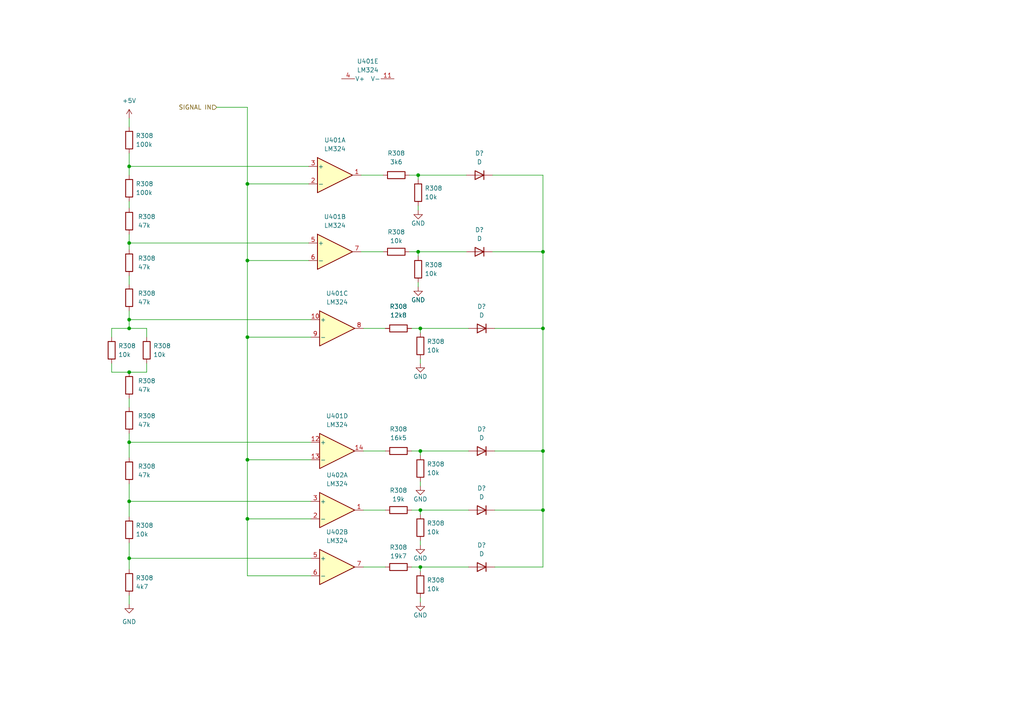
<source format=kicad_sch>
(kicad_sch (version 20230121) (generator eeschema)
  (paper "A4")
  (lib_symbols
    (symbol "Amplifier_Operational:LM324" (pin_names (offset 0.127))
      (property "Reference" "U" (at 0 5.08 0))
      (property "Value" "LM324" (at 0 -5.08 0))
      (symbol "LM324_1_1"
        (polyline (pts (xy -5.08 5.08) (xy 5.08 0) (xy -5.08 -5.08) (xy -5.08 5.08)) (stroke (width 0.254)) (fill (type background)))
        (pin output line (at 7.62 0 180) (length 2.54) (name "~") (number "1"))
        (pin input line (at -7.62 -2.54 0) (length 2.54) (name "-") (number "2"))
        (pin input line (at -7.62 2.54 0) (length 2.54) (name "+") (number "3"))
      )
      (symbol "LM324_2_1"
        (polyline (pts (xy -5.08 5.08) (xy 5.08 0) (xy -5.08 -5.08) (xy -5.08 5.08)) (stroke (width 0.254)) (fill (type background)))
        (pin input line (at -7.62 2.54 0) (length 2.54) (name "+") (number "5"))
        (pin input line (at -7.62 -2.54 0) (length 2.54) (name "-") (number "6"))
        (pin output line (at 7.62 0 180) (length 2.54) (name "~") (number "7"))
      )
      (symbol "LM324_3_1"
        (polyline (pts (xy -5.08 5.08) (xy 5.08 0) (xy -5.08 -5.08) (xy -5.08 5.08)) (stroke (width 0.254)) (fill (type background)))
        (pin input line (at -7.62 2.54 0) (length 2.54) (name "+") (number "10"))
        (pin output line (at 7.62 0 180) (length 2.54) (name "~") (number "8"))
        (pin input line (at -7.62 -2.54 0) (length 2.54) (name "-") (number "9"))
      )
      (symbol "LM324_4_1"
        (polyline (pts (xy -5.08 5.08) (xy 5.08 0) (xy -5.08 -5.08) (xy -5.08 5.08)) (stroke (width 0.254)) (fill (type background)))
        (pin input line (at -7.62 2.54 0) (length 2.54) (name "+") (number "12"))
        (pin input line (at -7.62 -2.54 0) (length 2.54) (name "-") (number "13"))
        (pin output line (at 7.62 0 180) (length 2.54) (name "~") (number "14"))
      )
      (symbol "LM324_5_1"
        (pin power_in line (at -2.54 -7.62 90) (length 3.81) (name "V-") (number "11"))
        (pin power_in line (at -2.54 7.62 270) (length 3.81) (name "V+") (number "4"))
      )
    )
    (symbol "Device:D" (pin_numbers hide) (pin_names (offset 1.016) hide)
      (property "Reference" "D" (at 0 2.54 0))
      (property "Value" "D" (at 0 -2.54 0))
      (symbol "D_0_1"
        (polyline (pts (xy -1.27 1.27) (xy -1.27 -1.27)) (stroke (width 0.254)))
        (polyline (pts (xy 1.27 0) (xy -1.27 0)))
        (polyline (pts (xy 1.27 1.27) (xy 1.27 -1.27) (xy -1.27 0) (xy 1.27 1.27)) (stroke (width 0.254)))
      )
      (symbol "D_1_1"
        (pin passive line (at -3.81 0 0) (length 2.54) (name "K") (number "1"))
        (pin passive line (at 3.81 0 180) (length 2.54) (name "A") (number "2"))
      )
    )
    (symbol "Device:R" (pin_numbers hide) (pin_names (offset 0))
      (property "Reference" "R" (at 2.032 0 90))
      (property "Value" "R" (at 0 0 90))
      (symbol "R_0_1"
        (rectangle (start -1.016 -2.54) (end 1.016 2.54) (stroke (width 0.254)))
      )
      (symbol "R_1_1"
        (pin passive line (at 0 3.81 270) (length 1.27) (name "~") (number "1"))
        (pin passive line (at 0 -3.81 90) (length 1.27) (name "~") (number "2"))
      )
    )
    (symbol "power:+5V" (power) (pin_names (offset 0))
      (property "Value" "+5V" (at 0 3.556 0))
      (symbol "+5V_0_1"
        (polyline (pts (xy -0.762 1.27) (xy 0 2.54)))
        (polyline (pts (xy 0 0) (xy 0 2.54)))
        (polyline (pts (xy 0 2.54) (xy 0.762 1.27)))
      )
      (symbol "+5V_1_1"
        (pin power_in line (at 0 0 90) (length 0) hide (name "+5V") (number "1"))
      )
    )
    (symbol "power:GND" (power) (pin_names (offset 0))
      (property "Value" "GND" (at 0 -3.81 0))
      (symbol "GND_0_1"
        (polyline (pts (xy 0 0) (xy 0 -1.27) (xy 1.27 -1.27) (xy 0 -2.54) (xy -1.27 -1.27) (xy 0 -1.27)))
      )
      (symbol "GND_1_1"
        (pin power_in line (at 0 0 270) (length 0) hide (name "GND") (number "1"))
      )
    )
  )
  (junction (at 71.755 150.495))
  (junction (at 37.465 161.925))
  (junction (at 71.755 53.34))
  (junction (at 157.48 95.25))
  (junction (at 121.285 50.8))
  (junction (at 157.48 73.025))
  (junction (at 157.48 147.955))
  (junction (at 121.92 95.25))
  (junction (at 37.465 95.25))
  (junction (at 121.285 73.025))
  (junction (at 37.465 145.415))
  (junction (at 37.465 70.485))
  (junction (at 121.92 164.465))
  (junction (at 37.465 107.95))
  (junction (at 37.465 128.27))
  (junction (at 37.465 48.26))
  (junction (at 121.92 130.81))
  (junction (at 71.755 133.35))
  (junction (at 37.465 92.71))
  (junction (at 71.755 97.79))
  (junction (at 71.755 75.565))
  (junction (at 157.48 130.81))
  (junction (at 121.92 147.955))
  (wire (pts (xy 121.285 59.69) (xy 121.285 60.96)))
  (wire (pts (xy 121.92 164.465) (xy 121.92 165.735)))
  (wire (pts (xy 121.92 164.465) (xy 135.89 164.465)))
  (wire (pts (xy 37.465 140.335) (xy 37.465 145.415)))
  (wire (pts (xy 37.465 172.72) (xy 37.465 175.26)))
  (wire (pts (xy 121.92 130.81) (xy 121.92 132.08)))
  (wire (pts (xy 37.465 90.17) (xy 37.465 92.71)))
  (wire (pts (xy 119.38 130.81) (xy 121.92 130.81)))
  (wire (pts (xy 37.465 95.25) (xy 42.545 95.25)))
  (wire (pts (xy 37.465 58.42) (xy 37.465 60.325)))
  (wire (pts (xy 143.51 147.955) (xy 157.48 147.955)))
  (wire (pts (xy 105.41 164.465) (xy 111.76 164.465)))
  (wire (pts (xy 121.92 173.355) (xy 121.92 174.625)))
  (wire (pts (xy 89.535 48.26) (xy 37.465 48.26)))
  (wire (pts (xy 143.51 95.25) (xy 157.48 95.25)))
  (wire (pts (xy 105.41 130.81) (xy 111.76 130.81)))
  (wire (pts (xy 37.465 157.48) (xy 37.465 161.925)))
  (wire (pts (xy 42.545 105.41) (xy 42.545 107.95)))
  (wire (pts (xy 121.92 95.25) (xy 121.92 96.52)))
  (wire (pts (xy 42.545 95.25) (xy 42.545 97.79)))
  (wire (pts (xy 121.92 95.25) (xy 135.89 95.25)))
  (wire (pts (xy 119.38 164.465) (xy 121.92 164.465)))
  (wire (pts (xy 71.755 31.115) (xy 71.755 53.34)))
  (wire (pts (xy 105.41 147.955) (xy 111.76 147.955)))
  (wire (pts (xy 71.755 133.35) (xy 71.755 97.79)))
  (wire (pts (xy 157.48 95.25) (xy 157.48 130.81)))
  (wire (pts (xy 104.775 73.025) (xy 111.125 73.025)))
  (wire (pts (xy 121.92 156.845) (xy 121.92 158.115)))
  (wire (pts (xy 71.755 53.34) (xy 89.535 53.34)))
  (wire (pts (xy 37.465 128.27) (xy 90.17 128.27)))
  (wire (pts (xy 142.875 73.025) (xy 157.48 73.025)))
  (wire (pts (xy 157.48 130.81) (xy 157.48 147.955)))
  (wire (pts (xy 71.755 167.005) (xy 71.755 150.495)))
  (wire (pts (xy 121.285 50.8) (xy 121.285 52.07)))
  (wire (pts (xy 37.465 48.26) (xy 37.465 50.8)))
  (wire (pts (xy 121.92 104.14) (xy 121.92 105.41)))
  (wire (pts (xy 37.465 67.945) (xy 37.465 70.485)))
  (wire (pts (xy 37.465 92.71) (xy 37.465 95.25)))
  (wire (pts (xy 71.755 133.35) (xy 90.17 133.35)))
  (wire (pts (xy 121.285 73.025) (xy 135.255 73.025)))
  (wire (pts (xy 104.775 50.8) (xy 111.125 50.8)))
  (wire (pts (xy 119.38 147.955) (xy 121.92 147.955)))
  (wire (pts (xy 90.17 167.005) (xy 71.755 167.005)))
  (wire (pts (xy 32.385 95.25) (xy 37.465 95.25)))
  (wire (pts (xy 37.465 48.26) (xy 37.465 44.45)))
  (wire (pts (xy 157.48 50.8) (xy 157.48 73.025)))
  (wire (pts (xy 121.92 147.955) (xy 121.92 149.225)))
  (wire (pts (xy 37.465 80.01) (xy 37.465 82.55)))
  (wire (pts (xy 37.465 145.415) (xy 37.465 149.86)))
  (wire (pts (xy 37.465 34.29) (xy 37.465 36.83)))
  (wire (pts (xy 118.745 50.8) (xy 121.285 50.8)))
  (wire (pts (xy 121.92 147.955) (xy 135.89 147.955)))
  (wire (pts (xy 37.465 115.57) (xy 37.465 118.11)))
  (wire (pts (xy 37.465 145.415) (xy 90.17 145.415)))
  (wire (pts (xy 37.465 161.925) (xy 37.465 165.1)))
  (wire (pts (xy 121.92 139.7) (xy 121.92 140.97)))
  (wire (pts (xy 37.465 107.95) (xy 42.545 107.95)))
  (wire (pts (xy 37.465 128.27) (xy 37.465 132.715)))
  (wire (pts (xy 119.38 95.25) (xy 121.92 95.25)))
  (wire (pts (xy 157.48 147.955) (xy 157.48 164.465)))
  (wire (pts (xy 62.865 31.115) (xy 71.755 31.115)))
  (wire (pts (xy 32.385 107.95) (xy 37.465 107.95)))
  (wire (pts (xy 37.465 70.485) (xy 37.465 72.39)))
  (wire (pts (xy 157.48 73.025) (xy 157.48 95.25)))
  (wire (pts (xy 143.51 130.81) (xy 157.48 130.81)))
  (wire (pts (xy 118.745 73.025) (xy 121.285 73.025)))
  (wire (pts (xy 71.755 75.565) (xy 71.755 53.34)))
  (wire (pts (xy 121.285 73.025) (xy 121.285 74.295)))
  (wire (pts (xy 37.465 161.925) (xy 90.17 161.925)))
  (wire (pts (xy 37.465 92.71) (xy 90.17 92.71)))
  (wire (pts (xy 32.385 105.41) (xy 32.385 107.95)))
  (wire (pts (xy 121.285 81.915) (xy 121.285 83.185)))
  (wire (pts (xy 121.285 50.8) (xy 135.255 50.8)))
  (wire (pts (xy 37.465 125.73) (xy 37.465 128.27)))
  (wire (pts (xy 71.755 97.79) (xy 71.755 75.565)))
  (wire (pts (xy 105.41 95.25) (xy 111.76 95.25)))
  (wire (pts (xy 121.92 130.81) (xy 135.89 130.81)))
  (wire (pts (xy 71.755 97.79) (xy 90.17 97.79)))
  (wire (pts (xy 143.51 164.465) (xy 157.48 164.465)))
  (wire (pts (xy 37.465 70.485) (xy 89.535 70.485)))
  (wire (pts (xy 71.755 150.495) (xy 90.17 150.495)))
  (wire (pts (xy 71.755 75.565) (xy 89.535 75.565)))
  (wire (pts (xy 71.755 150.495) (xy 71.755 133.35)))
  (wire (pts (xy 32.385 95.25) (xy 32.385 97.79)))
  (wire (pts (xy 142.875 50.8) (xy 157.48 50.8)))
  (hierarchical_label "SIGNAL IN" (shape input) (at 62.865 31.115 180))
  (symbol (lib_id "Amplifier_Operational:LM324") (at 97.79 147.955 0) (unit 1)
    (property "Reference" "U402" (at 97.79 137.795 0))
    (property "Value" "LM324" (at 97.79 140.335 0))
    (property "Datasheet" "http://www.ti.com/lit/ds/symlink/lm2902-n.pdf" (effects hide))
  )
  (symbol (lib_id "Device:R") (at 121.92 100.33 180) (unit 1)
    (property "Reference" "R308" (at 123.825 99.06 0) (effects (justify right)))
    (property "Value" "10k" (at 123.825 101.6 0) (effects (justify right)))
    (property "Footprint" "Resistor_SMD:R_0805_2012Metric_Pad1.20x1.40mm_HandSolder" (effects hide))
    (instances (project "VU_LED" (path "" (reference "R308") (unit 1)) (path "" (reference "R?") (unit 1)) (path "" (reference "R?") (unit 1))))
  )
  (symbol (lib_id "Device:R") (at 114.935 50.8 270) (unit 1)
    (property "Reference" "R308" (at 114.935 44.45 90))
    (property "Value" "3k6" (at 114.935 46.99 90))
    (property "Footprint" "Resistor_SMD:R_0805_2012Metric_Pad1.20x1.40mm_HandSolder" (effects hide))
    (instances (project "VU_LED" (path "" (reference "R308") (unit 1)) (path "" (reference "R?") (unit 1)) (path "" (reference "R?") (unit 1))))
  )
  (symbol (lib_id "Amplifier_Operational:LM324") (at 97.79 130.81 0) (unit 4)
    (property "Reference" "U401" (at 97.79 120.65 0))
    (property "Value" "LM324" (at 97.79 123.19 0))
    (property "Datasheet" "http://www.ti.com/lit/ds/symlink/lm2902-n.pdf" (effects hide))
  )
  (symbol (lib_id "Device:R") (at 32.385 101.6 180) (unit 1)
    (property "Reference" "R308" (at 34.29 100.33 0) (effects (justify right)))
    (property "Value" "10k" (at 34.29 102.87 0) (effects (justify right)))
    (property "Footprint" "Resistor_SMD:R_0805_2012Metric_Pad1.20x1.40mm_HandSolder" (effects hide))
    (instances (project "VU_LED" (path "" (reference "R308") (unit 1)) (path "" (reference "R?") (unit 1)) (path "" (reference "R?") (unit 1))))
  )
  (symbol (lib_id "Device:R") (at 37.465 136.525 180) (unit 1)
    (property "Reference" "R308" (at 40.005 135.255 0) (effects (justify right)))
    (property "Value" "47k" (at 40.005 137.795 0) (effects (justify right)))
    (property "Footprint" "Resistor_SMD:R_0805_2012Metric_Pad1.20x1.40mm_HandSolder" (effects hide))
    (instances (project "VU_LED" (path "" (reference "R308") (unit 1)) (path "" (reference "R?") (unit 1)) (path "" (reference "R?") (unit 1))))
  )
  (symbol (lib_id "power:GND") (at 121.285 83.185 0) (unit 1)
    (property "Reference" "#PWR021" (effects hide))
    (property "Value" "GND" (at 121.285 86.995 0))
  )
  (symbol (lib_id "power:GND") (at 121.92 140.97 0) (unit 1)
    (property "Reference" "#PWR023" (effects hide))
    (property "Value" "GND" (at 121.92 144.78 0))
  )
  (symbol (lib_id "Device:R") (at 121.92 169.545 180) (unit 1)
    (property "Reference" "R308" (at 123.825 168.275 0) (effects (justify right)))
    (property "Value" "10k" (at 123.825 170.815 0) (effects (justify right)))
    (property "Footprint" "Resistor_SMD:R_0805_2012Metric_Pad1.20x1.40mm_HandSolder" (effects hide))
    (instances (project "VU_LED" (path "" (reference "R308") (unit 1)) (path "" (reference "R?") (unit 1)) (path "" (reference "R?") (unit 1))))
  )
  (symbol (lib_id "Device:R") (at 37.465 153.67 180) (unit 1)
    (property "Reference" "R308" (at 39.37 152.4 0) (effects (justify right)))
    (property "Value" "10k" (at 39.37 154.94 0) (effects (justify right)))
    (property "Footprint" "Resistor_SMD:R_0805_2012Metric_Pad1.20x1.40mm_HandSolder" (effects hide))
    (instances (project "VU_LED" (path "" (reference "R308") (unit 1)) (path "" (reference "R?") (unit 1)) (path "" (reference "R?") (unit 1))))
  )
  (symbol (lib_id "Device:D") (at 139.7 164.465 180) (unit 1)
    (property "Reference" "D?" (at 139.7 158.115 0))
    (property "Value" "D" (at 139.7 160.655 0))
    (property "Sim.Device" "D" (effects hide))
    (property "Sim.Pins" "1=K 2=A" (effects hide))
  )
  (symbol (lib_id "Device:R") (at 115.57 95.25 270) (unit 1)
    (property "Reference" "R308" (at 115.57 88.9 90))
    (property "Value" "12k8" (at 115.57 91.44 90))
    (property "Footprint" "Resistor_SMD:R_0805_2012Metric_Pad1.20x1.40mm_HandSolder" (effects hide))
    (instances (project "VU_LED" (path "" (reference "R308") (unit 1)) (path "" (reference "R?") (unit 1)) (path "" (reference "R?") (unit 1))))
  )
  (symbol (lib_id "Device:R") (at 37.465 76.2 180) (unit 1)
    (property "Reference" "R308" (at 40.005 74.93 0) (effects (justify right)))
    (property "Value" "47k" (at 40.005 77.47 0) (effects (justify right)))
    (property "Footprint" "Resistor_SMD:R_0805_2012Metric_Pad1.20x1.40mm_HandSolder" (effects hide))
    (instances (project "VU_LED" (path "" (reference "R308") (unit 1)) (path "" (reference "R?") (unit 1)) (path "" (reference "R?") (unit 1))))
  )
  (symbol (lib_id "power:+5V") (at 37.465 34.29 0) (unit 1)
    (property "Reference" "#PWR019" (effects hide))
    (property "Value" "+5V" (at 37.465 29.21 0))
  )
  (symbol (lib_id "Device:R") (at 37.465 168.91 180) (unit 1)
    (property "Reference" "R308" (at 39.37 167.64 0) (effects (justify right)))
    (property "Value" "4k7" (at 39.37 170.18 0) (effects (justify right)))
    (property "Footprint" "Resistor_SMD:R_0805_2012Metric_Pad1.20x1.40mm_HandSolder" (effects hide))
    (instances (project "VU_LED" (path "" (reference "R308") (unit 1)) (path "" (reference "R?") (unit 1)) (path "" (reference "R?") (unit 1))))
  )
  (symbol (lib_id "power:GND") (at 121.92 174.625 0) (unit 1)
    (property "Reference" "#PWR025" (effects hide))
    (property "Value" "GND" (at 121.92 178.435 0))
  )
  (symbol (lib_id "Device:R") (at 37.465 40.64 180) (unit 1)
    (property "Reference" "R308" (at 39.37 39.37 0) (effects (justify right)))
    (property "Value" "100k" (at 39.37 41.91 0) (effects (justify right)))
    (property "Footprint" "Resistor_SMD:R_0805_2012Metric_Pad1.20x1.40mm_HandSolder" (effects hide))
    (instances (project "VU_LED" (path "" (reference "R308") (unit 1)) (path "" (reference "R?") (unit 1)) (path "" (reference "R?") (unit 1))))
  )
  (symbol (lib_id "Device:R") (at 37.465 86.36 180) (unit 1)
    (property "Reference" "R308" (at 40.005 85.09 0) (effects (justify right)))
    (property "Value" "47k" (at 40.005 87.63 0) (effects (justify right)))
    (property "Footprint" "Resistor_SMD:R_0805_2012Metric_Pad1.20x1.40mm_HandSolder" (effects hide))
    (instances (project "VU_LED" (path "" (reference "R308") (unit 1)) (path "" (reference "R?") (unit 1)) (path "" (reference "R?") (unit 1))))
  )
  (symbol (lib_id "Device:D") (at 139.7 130.81 180) (unit 1)
    (property "Reference" "D?" (at 139.7 124.46 0))
    (property "Value" "D" (at 139.7 127 0))
    (property "Sim.Device" "D" (effects hide))
    (property "Sim.Pins" "1=K 2=A" (effects hide))
  )
  (symbol (lib_id "Amplifier_Operational:LM324") (at 97.79 164.465 0) (unit 2)
    (property "Reference" "U402" (at 97.79 154.305 0))
    (property "Value" "LM324" (at 97.79 156.845 0))
    (property "Datasheet" "http://www.ti.com/lit/ds/symlink/lm2902-n.pdf" (effects hide))
  )
  (symbol (lib_id "Device:R") (at 42.545 101.6 180) (unit 1)
    (property "Reference" "R308" (at 44.45 100.33 0) (effects (justify right)))
    (property "Value" "10k" (at 44.45 102.87 0) (effects (justify right)))
    (property "Footprint" "Resistor_SMD:R_0805_2012Metric_Pad1.20x1.40mm_HandSolder" (effects hide))
    (instances (project "VU_LED" (path "" (reference "R308") (unit 1)) (path "" (reference "R?") (unit 1)) (path "" (reference "R?") (unit 1))))
  )
  (symbol (lib_id "Device:D") (at 139.7 95.25 180) (unit 1)
    (property "Reference" "D?" (at 139.7 88.9 0))
    (property "Value" "D" (at 139.7 91.44 0))
    (property "Sim.Device" "D" (effects hide))
    (property "Sim.Pins" "1=K 2=A" (effects hide))
  )
  (symbol (lib_id "Device:R") (at 37.465 64.135 180) (unit 1)
    (property "Reference" "R308" (at 40.005 62.865 0) (effects (justify right)))
    (property "Value" "47k" (at 40.005 65.405 0) (effects (justify right)))
    (property "Footprint" "Resistor_SMD:R_0805_2012Metric_Pad1.20x1.40mm_HandSolder" (effects hide))
    (instances (project "VU_LED" (path "" (reference "R308") (unit 1)) (path "" (reference "R?") (unit 1)) (path "" (reference "R?") (unit 1))))
  )
  (symbol (lib_id "Device:R") (at 115.57 130.81 270) (unit 1)
    (property "Reference" "R308" (at 115.57 124.46 90))
    (property "Value" "16k5" (at 115.57 127 90))
    (property "Footprint" "Resistor_SMD:R_0805_2012Metric_Pad1.20x1.40mm_HandSolder" (effects hide))
    (instances (project "VU_LED" (path "" (reference "R308") (unit 1)) (path "" (reference "R?") (unit 1)) (path "" (reference "R?") (unit 1))))
  )
  (symbol (lib_id "Device:R") (at 121.285 55.88 180) (unit 1)
    (property "Reference" "R308" (at 123.19 54.61 0) (effects (justify right)))
    (property "Value" "10k" (at 123.19 57.15 0) (effects (justify right)))
    (property "Footprint" "Resistor_SMD:R_0805_2012Metric_Pad1.20x1.40mm_HandSolder" (effects hide))
    (instances (project "VU_LED" (path "" (reference "R308") (unit 1)) (path "" (reference "R?") (unit 1)) (path "" (reference "R?") (unit 1))))
  )
  (symbol (lib_id "Device:R") (at 121.92 135.89 180) (unit 1)
    (property "Reference" "R308" (at 123.825 134.62 0) (effects (justify right)))
    (property "Value" "10k" (at 123.825 137.16 0) (effects (justify right)))
    (property "Footprint" "Resistor_SMD:R_0805_2012Metric_Pad1.20x1.40mm_HandSolder" (effects hide))
    (instances (project "VU_LED" (path "" (reference "R308") (unit 1)) (path "" (reference "R?") (unit 1)) (path "" (reference "R?") (unit 1))))
  )
  (symbol (lib_id "Device:R") (at 115.57 147.955 270) (unit 1)
    (property "Reference" "R308" (at 115.57 142.24 90))
    (property "Value" "19k" (at 115.57 144.78 90))
    (property "Footprint" "Resistor_SMD:R_0805_2012Metric_Pad1.20x1.40mm_HandSolder" (effects hide))
    (instances (project "VU_LED" (path "" (reference "R308") (unit 1)) (path "" (reference "R?") (unit 1)) (path "" (reference "R?") (unit 1))))
  )
  (symbol (lib_id "Device:D") (at 139.065 73.025 180) (unit 1)
    (property "Reference" "D?" (at 139.065 66.675 0))
    (property "Value" "D" (at 139.065 69.215 0))
    (property "Sim.Device" "D" (effects hide))
    (property "Sim.Pins" "1=K 2=A" (effects hide))
  )
  (symbol (lib_id "Device:R") (at 37.465 121.92 180) (unit 1)
    (property "Reference" "R308" (at 40.005 120.65 0) (effects (justify right)))
    (property "Value" "47k" (at 40.005 123.19 0) (effects (justify right)))
    (property "Footprint" "Resistor_SMD:R_0805_2012Metric_Pad1.20x1.40mm_HandSolder" (effects hide))
    (instances (project "VU_LED" (path "" (reference "R308") (unit 1)) (path "" (reference "R?") (unit 1)) (path "" (reference "R?") (unit 1))))
  )
  (symbol (lib_id "Device:R") (at 114.935 73.025 270) (unit 1)
    (property "Reference" "R308" (at 114.935 67.31 90))
    (property "Value" "10k" (at 114.935 69.85 90))
    (property "Footprint" "Resistor_SMD:R_0805_2012Metric_Pad1.20x1.40mm_HandSolder" (effects hide))
    (instances (project "VU_LED" (path "" (reference "R308") (unit 1)) (path "" (reference "R?") (unit 1)) (path "" (reference "R?") (unit 1))))
  )
  (symbol (lib_id "power:GND") (at 37.465 175.26 0) (unit 1)
    (property "Reference" "#PWR018" (effects hide))
    (property "Value" "GND" (at 37.465 180.34 0))
  )
  (symbol (lib_id "Amplifier_Operational:LM324") (at 97.79 95.25 0) (unit 3)
    (property "Reference" "U401" (at 97.79 85.09 0))
    (property "Value" "LM324" (at 97.79 87.63 0))
    (property "Datasheet" "http://www.ti.com/lit/ds/symlink/lm2902-n.pdf" (effects hide))
  )
  (symbol (lib_id "Device:D") (at 139.7 147.955 180) (unit 1)
    (property "Reference" "D?" (at 139.7 141.605 0))
    (property "Value" "D" (at 139.7 144.145 0))
    (property "Sim.Device" "D" (effects hide))
    (property "Sim.Pins" "1=K 2=A" (effects hide))
  )
  (symbol (lib_id "Amplifier_Operational:LM324") (at 106.68 20.32 90) (unit 5)
    (property "Reference" "U401" (at 106.68 17.78 90))
    (property "Value" "LM324" (at 106.68 20.32 90))
    (property "Datasheet" "http://www.ti.com/lit/ds/symlink/lm2902-n.pdf" (effects hide))
  )
  (symbol (lib_id "Device:R") (at 37.465 54.61 180) (unit 1)
    (property "Reference" "R308" (at 39.37 53.34 0) (effects (justify right)))
    (property "Value" "100k" (at 39.37 55.88 0) (effects (justify right)))
    (property "Footprint" "Resistor_SMD:R_0805_2012Metric_Pad1.20x1.40mm_HandSolder" (effects hide))
    (instances (project "VU_LED" (path "" (reference "R308") (unit 1)) (path "" (reference "R?") (unit 1)) (path "" (reference "R?") (unit 1))))
  )
  (symbol (lib_id "Device:R") (at 121.285 78.105 180) (unit 1)
    (property "Reference" "R308" (at 123.19 76.835 0) (effects (justify right)))
    (property "Value" "10k" (at 123.19 79.375 0) (effects (justify right)))
    (property "Footprint" "Resistor_SMD:R_0805_2012Metric_Pad1.20x1.40mm_HandSolder" (effects hide))
    (instances (project "VU_LED" (path "" (reference "R308") (unit 1)) (path "" (reference "R?") (unit 1)) (path "" (reference "R?") (unit 1))))
  )
  (symbol (lib_id "Device:R") (at 37.465 111.76 180) (unit 1)
    (property "Reference" "R308" (at 40.005 110.49 0) (effects (justify right)))
    (property "Value" "47k" (at 40.005 113.03 0) (effects (justify right)))
    (property "Footprint" "Resistor_SMD:R_0805_2012Metric_Pad1.20x1.40mm_HandSolder" (effects hide))
    (instances (project "VU_LED" (path "" (reference "R308") (unit 1)) (path "" (reference "R?") (unit 1)) (path "" (reference "R?") (unit 1))))
  )
  (symbol (lib_id "Amplifier_Operational:LM324") (at 97.155 73.025 0) (unit 2)
    (property "Reference" "U401" (at 97.155 62.865 0))
    (property "Value" "LM324" (at 97.155 65.405 0))
    (property "Datasheet" "http://www.ti.com/lit/ds/symlink/lm2902-n.pdf" (effects hide))
  )
  (symbol (lib_id "power:GND") (at 121.285 60.96 0) (unit 1)
    (property "Reference" "#PWR020" (effects hide))
    (property "Value" "GND" (at 121.285 64.77 0))
  )
  (symbol (lib_id "power:GND") (at 121.92 158.115 0) (unit 1)
    (property "Reference" "#PWR024" (effects hide))
    (property "Value" "GND" (at 121.92 161.925 0))
  )
  (symbol (lib_id "Amplifier_Operational:LM324") (at 97.155 50.8 0) (unit 1)
    (property "Reference" "U401" (at 97.155 40.64 0))
    (property "Value" "LM324" (at 97.155 43.18 0))
    (property "Datasheet" "http://www.ti.com/lit/ds/symlink/lm2902-n.pdf" (effects hide))
  )
  (symbol (lib_id "Device:D") (at 139.065 50.8 180) (unit 1)
    (property "Reference" "D?" (at 139.065 44.45 0))
    (property "Value" "D" (at 139.065 46.99 0))
    (property "Sim.Device" "D" (effects hide))
    (property "Sim.Pins" "1=K 2=A" (effects hide))
  )
  (symbol (lib_id "Device:R") (at 121.92 153.035 180) (unit 1)
    (property "Reference" "R308" (at 123.825 151.765 0) (effects (justify right)))
    (property "Value" "10k" (at 123.825 154.305 0) (effects (justify right)))
    (property "Footprint" "Resistor_SMD:R_0805_2012Metric_Pad1.20x1.40mm_HandSolder" (effects hide))
    (instances (project "VU_LED" (path "" (reference "R308") (unit 1)) (path "" (reference "R?") (unit 1)) (path "" (reference "R?") (unit 1))))
  )
  (symbol (lib_id "power:GND") (at 121.92 105.41 0) (unit 1)
    (property "Reference" "#PWR022" (effects hide))
    (property "Value" "GND" (at 121.92 109.22 0))
  )
  (symbol (lib_id "Device:R") (at 115.57 164.465 270) (unit 1)
    (property "Reference" "R308" (at 115.57 158.75 90))
    (property "Value" "19k7" (at 115.57 161.29 90))
    (property "Footprint" "Resistor_SMD:R_0805_2012Metric_Pad1.20x1.40mm_HandSolder" (effects hide))
    (instances (project "VU_LED" (path "" (reference "R308") (unit 1)) (path "" (reference "R?") (unit 1)) (path "" (reference "R?") (unit 1))))
  )
)
</source>
